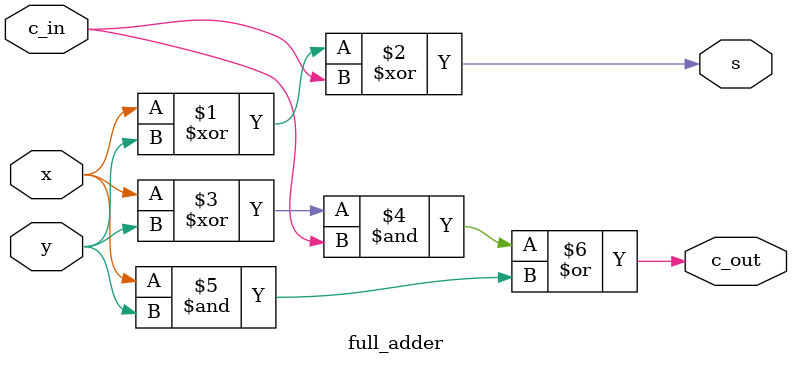
<source format=v>
module half_adder(x,y,s,c);
   input x,y;
   output s,c;
   assign s=x^y;
   assign c=x&y;
endmodule 


module full_adder(x,y,c_in,s,c_out);
   input x,y,c_in;
   output s,c_out;
 assign s = (x^y) ^ c_in;
 assign c_out =((x^y)&c_in)| (x&y) ;
endmodule 

</source>
